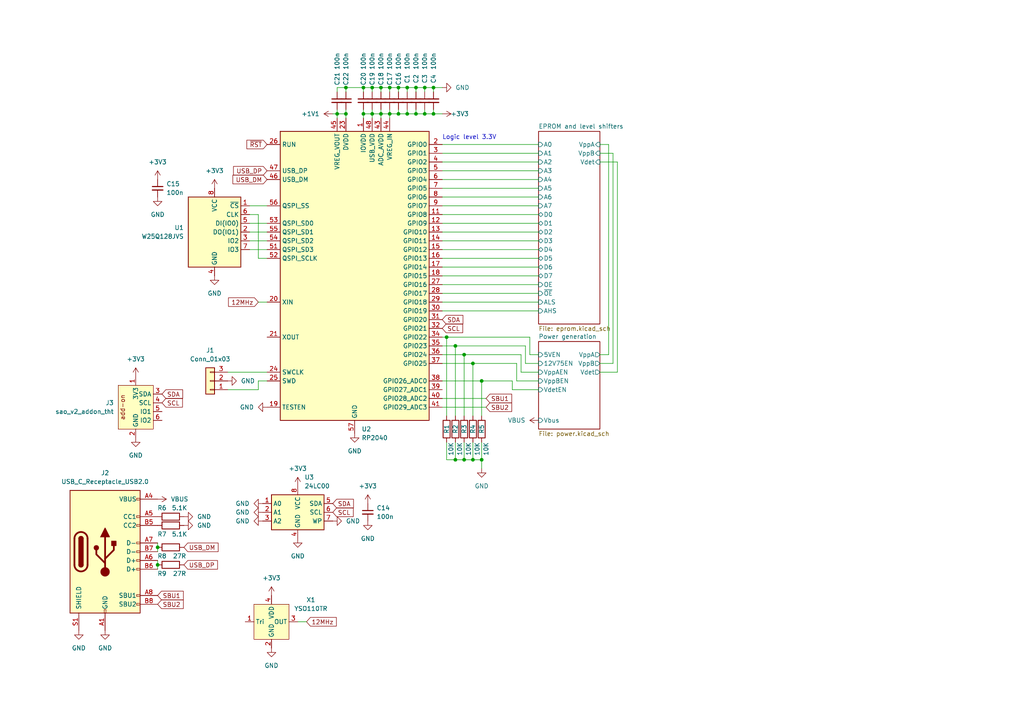
<source format=kicad_sch>
(kicad_sch (version 20230121) (generator eeschema)
  (paper "A4")
  (lib_symbols
    (symbol "Connector:USB_C_Receptacle_USB2.0" (pin_names (offset 1.016))
      (property "Reference" "J" (at -10.16 19.05 0))
      (property "Value" "USB_C_Receptacle_USB2.0" (at 19.05 19.05 0))
      (symbol "USB_C_Receptacle_USB2.0_0_0"
        (rectangle (start -0.254 -17.78) (end 0.254 -16.764))
        (rectangle (start 10.16 -14.986) (end 9.144 -15.494))
        (rectangle (start 10.16 -12.446) (end 9.144 -12.954))
        (rectangle (start 10.16 -4.826) (end 9.144 -5.334))
        (rectangle (start 10.16 -2.286) (end 9.144 -2.794))
        (rectangle (start 10.16 0.254) (end 9.144 -0.254))
        (rectangle (start 10.16 2.794) (end 9.144 2.286))
        (rectangle (start 10.16 7.874) (end 9.144 7.366))
        (rectangle (start 10.16 10.414) (end 9.144 9.906))
        (rectangle (start 10.16 15.494) (end 9.144 14.986))
      )
      (symbol "USB_C_Receptacle_USB2.0_0_1"
        (rectangle (start -10.16 17.78) (end 10.16 -17.78) (stroke (width 0.254)) (fill (type background)))
        (arc (start -8.89 -3.81) (mid -6.985 -5.7067) (end -5.08 -3.81) (stroke (width 0.508)))
        (arc (start -7.62 -3.81) (mid -6.985 -4.4423) (end -6.35 -3.81) (stroke (width 0.254)))
        (arc (start -7.62 -3.81) (mid -6.985 -4.4423) (end -6.35 -3.81) (stroke (width 0.254)) (fill (type outline)))
        (rectangle (start -7.62 -3.81) (end -6.35 3.81) (stroke (width 0.254)) (fill (type outline)))
        (arc (start -6.35 3.81) (mid -6.985 4.4423) (end -7.62 3.81) (stroke (width 0.254)))
        (arc (start -6.35 3.81) (mid -6.985 4.4423) (end -7.62 3.81) (stroke (width 0.254)) (fill (type outline)))
        (arc (start -5.08 3.81) (mid -6.985 5.7067) (end -8.89 3.81) (stroke (width 0.508)))
        (circle (center -2.54 1.143) (radius 0.635) (stroke (width 0.254)) (fill (type outline)))
        (circle (center 0 -5.842) (radius 1.27) (fill (type outline)))
        (polyline (pts (xy -8.89 -3.81) (xy -8.89 3.81)) (stroke (width 0.508)))
        (polyline (pts (xy -5.08 3.81) (xy -5.08 -3.81)) (stroke (width 0.508)))
        (polyline (pts (xy 0 -5.842) (xy 0 4.318)) (stroke (width 0.508)))
        (polyline (pts (xy 0 -3.302) (xy -2.54 -0.762) (xy -2.54 0.508)) (stroke (width 0.508)))
        (polyline (pts (xy 0 -2.032) (xy 2.54 0.508) (xy 2.54 1.778)) (stroke (width 0.508)))
        (polyline (pts (xy -1.27 4.318) (xy 0 6.858) (xy 1.27 4.318) (xy -1.27 4.318)) (stroke (width 0.254)) (fill (type outline)))
        (rectangle (start 1.905 1.778) (end 3.175 3.048) (stroke (width 0.254)) (fill (type outline)))
      )
      (symbol "USB_C_Receptacle_USB2.0_1_1"
        (pin passive line (at 0 -22.86 90) (length 5.08) (name "GND") (number "A1"))
        (pin passive line (at 0 -22.86 90) (length 5.08) hide (name "GND") (number "A12"))
        (pin passive line (at 15.24 15.24 180) (length 5.08) (name "VBUS") (number "A4"))
        (pin bidirectional line (at 15.24 10.16 180) (length 5.08) (name "CC1") (number "A5"))
        (pin bidirectional line (at 15.24 -2.54 180) (length 5.08) (name "D+") (number "A6"))
        (pin bidirectional line (at 15.24 2.54 180) (length 5.08) (name "D-") (number "A7"))
        (pin bidirectional line (at 15.24 -12.7 180) (length 5.08) (name "SBU1") (number "A8"))
        (pin passive line (at 15.24 15.24 180) (length 5.08) hide (name "VBUS") (number "A9"))
        (pin passive line (at 0 -22.86 90) (length 5.08) hide (name "GND") (number "B1"))
        (pin passive line (at 0 -22.86 90) (length 5.08) hide (name "GND") (number "B12"))
        (pin passive line (at 15.24 15.24 180) (length 5.08) hide (name "VBUS") (number "B4"))
        (pin bidirectional line (at 15.24 7.62 180) (length 5.08) (name "CC2") (number "B5"))
        (pin bidirectional line (at 15.24 -5.08 180) (length 5.08) (name "D+") (number "B6"))
        (pin bidirectional line (at 15.24 0 180) (length 5.08) (name "D-") (number "B7"))
        (pin bidirectional line (at 15.24 -15.24 180) (length 5.08) (name "SBU2") (number "B8"))
        (pin passive line (at 15.24 15.24 180) (length 5.08) hide (name "VBUS") (number "B9"))
        (pin passive line (at -7.62 -22.86 90) (length 5.08) (name "SHIELD") (number "S1"))
      )
    )
    (symbol "Connector_Generic:Conn_01x03" (pin_names (offset 1.016) hide)
      (property "Reference" "J" (at 0 5.08 0))
      (property "Value" "Conn_01x03" (at 0 -5.08 0))
      (symbol "Conn_01x03_1_1"
        (rectangle (start -1.27 -2.413) (end 0 -2.667) (stroke (width 0.1524)))
        (rectangle (start -1.27 0.127) (end 0 -0.127) (stroke (width 0.1524)))
        (rectangle (start -1.27 2.667) (end 0 2.413) (stroke (width 0.1524)))
        (rectangle (start -1.27 3.81) (end 1.27 -3.81) (stroke (width 0.254)) (fill (type background)))
        (pin passive line (at -5.08 2.54 0) (length 3.81) (name "Pin_1") (number "1"))
        (pin passive line (at -5.08 0 0) (length 3.81) (name "Pin_2") (number "2"))
        (pin passive line (at -5.08 -2.54 0) (length 3.81) (name "Pin_3") (number "3"))
      )
    )
    (symbol "Device:C_Small" (pin_numbers hide) (pin_names (offset 0.254) hide)
      (property "Reference" "C" (at 0.254 1.778 0))
      (property "Value" "C_Small" (at 0.254 -2.032 0))
      (symbol "C_Small_0_1"
        (polyline (pts (xy -1.524 -0.508) (xy 1.524 -0.508)) (stroke (width 0.3302)))
        (polyline (pts (xy -1.524 0.508) (xy 1.524 0.508)) (stroke (width 0.3048)))
      )
      (symbol "C_Small_1_1"
        (pin passive line (at 0 2.54 270) (length 2.032) (name "~") (number "1"))
        (pin passive line (at 0 -2.54 90) (length 2.032) (name "~") (number "2"))
      )
    )
    (symbol "Device:R" (pin_numbers hide) (pin_names (offset 0))
      (property "Reference" "R" (at 2.032 0 90))
      (property "Value" "R" (at 0 0 90))
      (symbol "R_0_1"
        (rectangle (start -1.016 -2.54) (end 1.016 2.54) (stroke (width 0.254)))
      )
      (symbol "R_1_1"
        (pin passive line (at 0 3.81 270) (length 1.27) (name "~") (number "1"))
        (pin passive line (at 0 -3.81 90) (length 1.27) (name "~") (number "2"))
      )
    )
    (symbol "MCU_RaspberryPi:RP2040"
      (property "Reference" "U" (at 17.78 45.72 0))
      (property "Value" "RP2040" (at 17.78 43.18 0))
      (symbol "RP2040_0_1"
        (rectangle (start -21.59 41.91) (end 21.59 -41.91) (stroke (width 0.254)) (fill (type background)))
      )
      (symbol "RP2040_1_1"
        (pin power_in line (at 2.54 45.72 270) (length 3.81) (name "IOVDD") (number "1"))
        (pin passive line (at 2.54 45.72 270) (length 3.81) hide (name "IOVDD") (number "10"))
        (pin bidirectional line (at 25.4 17.78 180) (length 3.81) (name "GPIO8") (number "11"))
        (pin bidirectional line (at 25.4 15.24 180) (length 3.81) (name "GPIO9") (number "12"))
        (pin bidirectional line (at 25.4 12.7 180) (length 3.81) (name "GPIO10") (number "13"))
        (pin bidirectional line (at 25.4 10.16 180) (length 3.81) (name "GPIO11") (number "14"))
        (pin bidirectional line (at 25.4 7.62 180) (length 3.81) (name "GPIO12") (number "15"))
        (pin bidirectional line (at 25.4 5.08 180) (length 3.81) (name "GPIO13") (number "16"))
        (pin bidirectional line (at 25.4 2.54 180) (length 3.81) (name "GPIO14") (number "17"))
        (pin bidirectional line (at 25.4 0 180) (length 3.81) (name "GPIO15") (number "18"))
        (pin input line (at -25.4 -38.1 0) (length 3.81) (name "TESTEN") (number "19"))
        (pin bidirectional line (at 25.4 38.1 180) (length 3.81) (name "GPIO0") (number "2"))
        (pin input line (at -25.4 -7.62 0) (length 3.81) (name "XIN") (number "20"))
        (pin passive line (at -25.4 -17.78 0) (length 3.81) (name "XOUT") (number "21"))
        (pin passive line (at 2.54 45.72 270) (length 3.81) hide (name "IOVDD") (number "22"))
        (pin power_in line (at -2.54 45.72 270) (length 3.81) (name "DVDD") (number "23"))
        (pin output line (at -25.4 -27.94 0) (length 3.81) (name "SWCLK") (number "24"))
        (pin bidirectional line (at -25.4 -30.48 0) (length 3.81) (name "SWD") (number "25"))
        (pin input line (at -25.4 38.1 0) (length 3.81) (name "RUN") (number "26"))
        (pin bidirectional line (at 25.4 -2.54 180) (length 3.81) (name "GPIO16") (number "27"))
        (pin bidirectional line (at 25.4 -5.08 180) (length 3.81) (name "GPIO17") (number "28"))
        (pin bidirectional line (at 25.4 -7.62 180) (length 3.81) (name "GPIO18") (number "29"))
        (pin bidirectional line (at 25.4 35.56 180) (length 3.81) (name "GPIO1") (number "3"))
        (pin bidirectional line (at 25.4 -10.16 180) (length 3.81) (name "GPIO19") (number "30"))
        (pin bidirectional line (at 25.4 -12.7 180) (length 3.81) (name "GPIO20") (number "31"))
        (pin bidirectional line (at 25.4 -15.24 180) (length 3.81) (name "GPIO21") (number "32"))
        (pin passive line (at 2.54 45.72 270) (length 3.81) hide (name "IOVDD") (number "33"))
        (pin bidirectional line (at 25.4 -17.78 180) (length 3.81) (name "GPIO22") (number "34"))
        (pin bidirectional line (at 25.4 -20.32 180) (length 3.81) (name "GPIO23") (number "35"))
        (pin bidirectional line (at 25.4 -22.86 180) (length 3.81) (name "GPIO24") (number "36"))
        (pin bidirectional line (at 25.4 -25.4 180) (length 3.81) (name "GPIO25") (number "37"))
        (pin bidirectional line (at 25.4 -30.48 180) (length 3.81) (name "GPIO26_ADC0") (number "38"))
        (pin bidirectional line (at 25.4 -33.02 180) (length 3.81) (name "GPIO27_ADC1") (number "39"))
        (pin bidirectional line (at 25.4 33.02 180) (length 3.81) (name "GPIO2") (number "4"))
        (pin bidirectional line (at 25.4 -35.56 180) (length 3.81) (name "GPIO28_ADC2") (number "40"))
        (pin bidirectional line (at 25.4 -38.1 180) (length 3.81) (name "GPIO29_ADC3") (number "41"))
        (pin passive line (at 2.54 45.72 270) (length 3.81) hide (name "IOVDD") (number "42"))
        (pin power_in line (at 7.62 45.72 270) (length 3.81) (name "ADC_AVDD") (number "43"))
        (pin power_in line (at 10.16 45.72 270) (length 3.81) (name "VREG_IN") (number "44"))
        (pin power_out line (at -5.08 45.72 270) (length 3.81) (name "VREG_VOUT") (number "45"))
        (pin bidirectional line (at -25.4 27.94 0) (length 3.81) (name "USB_DM") (number "46"))
        (pin bidirectional line (at -25.4 30.48 0) (length 3.81) (name "USB_DP") (number "47"))
        (pin power_in line (at 5.08 45.72 270) (length 3.81) (name "USB_VDD") (number "48"))
        (pin passive line (at 2.54 45.72 270) (length 3.81) hide (name "IOVDD") (number "49"))
        (pin bidirectional line (at 25.4 30.48 180) (length 3.81) (name "GPIO3") (number "5"))
        (pin passive line (at -2.54 45.72 270) (length 3.81) hide (name "DVDD") (number "50"))
        (pin bidirectional line (at -25.4 7.62 0) (length 3.81) (name "QSPI_SD3") (number "51"))
        (pin output line (at -25.4 5.08 0) (length 3.81) (name "QSPI_SCLK") (number "52"))
        (pin bidirectional line (at -25.4 15.24 0) (length 3.81) (name "QSPI_SD0") (number "53"))
        (pin bidirectional line (at -25.4 10.16 0) (length 3.81) (name "QSPI_SD2") (number "54"))
        (pin bidirectional line (at -25.4 12.7 0) (length 3.81) (name "QSPI_SD1") (number "55"))
        (pin bidirectional line (at -25.4 20.32 0) (length 3.81) (name "QSPI_SS") (number "56"))
        (pin power_in line (at 0 -45.72 90) (length 3.81) (name "GND") (number "57"))
        (pin bidirectional line (at 25.4 27.94 180) (length 3.81) (name "GPIO4") (number "6"))
        (pin bidirectional line (at 25.4 25.4 180) (length 3.81) (name "GPIO5") (number "7"))
        (pin bidirectional line (at 25.4 22.86 180) (length 3.81) (name "GPIO6") (number "8"))
        (pin bidirectional line (at 25.4 20.32 180) (length 3.81) (name "GPIO7") (number "9"))
      )
    )
    (symbol "Memory_EEPROM:24LC00"
      (property "Reference" "U" (at -6.35 6.35 0))
      (property "Value" "24LC00" (at 1.27 6.35 0))
      (symbol "24LC00_1_1"
        (rectangle (start -7.62 5.08) (end 7.62 -5.08) (stroke (width 0.254)) (fill (type background)))
        (pin input line (at -10.16 2.54 0) (length 2.54) (name "A0") (number "1"))
        (pin input line (at -10.16 0 0) (length 2.54) (name "A1") (number "2"))
        (pin input line (at -10.16 -2.54 0) (length 2.54) (name "A2") (number "3"))
        (pin power_in line (at 0 -7.62 90) (length 2.54) (name "GND") (number "4"))
        (pin bidirectional line (at 10.16 2.54 180) (length 2.54) (name "SDA") (number "5"))
        (pin input line (at 10.16 0 180) (length 2.54) (name "SCL") (number "6"))
        (pin input line (at 10.16 -2.54 180) (length 2.54) (name "WP") (number "7"))
        (pin power_in line (at 0 7.62 270) (length 2.54) (name "VCC") (number "8"))
      )
    )
    (symbol "Memory_Flash:W25Q128JVS"
      (property "Reference" "U" (at -8.89 8.89 0))
      (property "Value" "W25Q128JVS" (at 7.62 8.89 0))
      (symbol "W25Q128JVS_0_1"
        (rectangle (start -7.62 10.16) (end 7.62 -10.16) (stroke (width 0.254)) (fill (type background)))
      )
      (symbol "W25Q128JVS_1_1"
        (pin input line (at -10.16 7.62 0) (length 2.54) (name "~{CS}") (number "1"))
        (pin bidirectional line (at -10.16 0 0) (length 2.54) (name "DO(IO1)") (number "2"))
        (pin bidirectional line (at -10.16 -2.54 0) (length 2.54) (name "IO2") (number "3"))
        (pin power_in line (at 0 -12.7 90) (length 2.54) (name "GND") (number "4"))
        (pin bidirectional line (at -10.16 2.54 0) (length 2.54) (name "DI(IO0)") (number "5"))
        (pin input line (at -10.16 5.08 0) (length 2.54) (name "CLK") (number "6"))
        (pin bidirectional line (at -10.16 -5.08 0) (length 2.54) (name "IO3") (number "7"))
        (pin power_in line (at 0 12.7 270) (length 2.54) (name "VCC") (number "8"))
      )
    )
    (symbol "oscillator:YSO110TR"
      (property "Reference" "X" (at -5.08 6.35 0))
      (property "Value" "YSO110TR" (at 5.08 6.35 0))
      (symbol "YSO110TR_0_1"
        (rectangle (start -5.08 5.08) (end 5.08 -5.08) (fill (type background)))
      )
      (symbol "YSO110TR_1_1"
        (pin input line (at -7.62 0 0) (length 2.54) (name "Tri") (number "1"))
        (pin input line (at 0 -7.62 90) (length 2.54) (name "GND") (number "2"))
        (pin output line (at 7.62 0 180) (length 2.54) (name "OUT") (number "3"))
        (pin input line (at 0 7.62 270) (length 2.54) (name "VDD") (number "4"))
      )
    )
    (symbol "power:+1V1" (power) (pin_names (offset 0))
      (property "Value" "+1V1" (at 0 3.556 0))
      (symbol "+1V1_0_1"
        (polyline (pts (xy -0.762 1.27) (xy 0 2.54)))
        (polyline (pts (xy 0 0) (xy 0 2.54)))
        (polyline (pts (xy 0 2.54) (xy 0.762 1.27)))
      )
      (symbol "+1V1_1_1"
        (pin power_in line (at 0 0 90) (length 0) hide (name "+1V1") (number "1"))
      )
    )
    (symbol "power:+3V3" (power) (pin_names (offset 0))
      (property "Value" "+3V3" (at 0 3.556 0))
      (symbol "+3V3_0_1"
        (polyline (pts (xy -0.762 1.27) (xy 0 2.54)))
        (polyline (pts (xy 0 0) (xy 0 2.54)))
        (polyline (pts (xy 0 2.54) (xy 0.762 1.27)))
      )
      (symbol "+3V3_1_1"
        (pin power_in line (at 0 0 90) (length 0) hide (name "+3V3") (number "1"))
      )
    )
    (symbol "power:GND" (power) (pin_names (offset 0))
      (property "Value" "GND" (at 0 -3.81 0))
      (symbol "GND_0_1"
        (polyline (pts (xy 0 0) (xy 0 -1.27) (xy 1.27 -1.27) (xy 0 -2.54) (xy -1.27 -1.27) (xy 0 -1.27)))
      )
      (symbol "GND_1_1"
        (pin power_in line (at 0 0 270) (length 0) hide (name "GND") (number "1"))
      )
    )
    (symbol "power:VBUS" (power) (pin_names (offset 0))
      (property "Value" "VBUS" (at 0 3.81 0))
      (symbol "VBUS_0_1"
        (polyline (pts (xy -0.762 1.27) (xy 0 2.54)))
        (polyline (pts (xy 0 0) (xy 0 2.54)))
        (polyline (pts (xy 0 2.54) (xy 0.762 1.27)))
      )
      (symbol "VBUS_1_1"
        (pin power_in line (at 0 0 90) (length 0) hide (name "VBUS") (number "1"))
      )
    )
    (symbol "simple_add_on_v2:sao_v2_addon_tht"
      (property "Reference" "J" (at -6.35 0 0))
      (property "Value" "sao_v2_addon_tht" (at -6.35 0 0))
      (symbol "sao_v2_addon_tht_1_1"
        (rectangle (start -5.08 6.35) (end 5.08 -6.35) (fill (type background)))
        (text "add-on" (at -3.81 0 900) (effects (font (size 1.27 1.27))))
        (pin output line (at 0 8.89 270) (length 2.54) (name "3V3") (number "1"))
        (pin output line (at 0 -8.89 90) (length 2.54) (name "GND") (number "2"))
        (pin bidirectional line (at 7.62 3.81 180) (length 2.54) (name "SDA") (number "3"))
        (pin output line (at 7.62 1.27 180) (length 2.54) (name "SCL") (number "4"))
        (pin bidirectional line (at 7.62 -1.27 180) (length 2.54) (name "IO1") (number "5"))
        (pin bidirectional line (at 7.62 -3.81 180) (length 2.54) (name "IO2") (number "6"))
      )
    )
  )
  (junction (at 113.03 25.4))
  (junction (at 132.08 100.33))
  (junction (at 97.79 33.02))
  (junction (at 107.95 25.4))
  (junction (at 118.11 33.02))
  (junction (at 129.54 97.79))
  (junction (at 123.19 25.4))
  (junction (at 120.65 25.4))
  (junction (at 100.33 25.4))
  (junction (at 125.73 33.02))
  (junction (at 45.72 163.83))
  (junction (at 110.49 25.4))
  (junction (at 100.33 33.02))
  (junction (at 123.19 33.02))
  (junction (at 139.7 133.35))
  (junction (at 139.7 110.49))
  (junction (at 134.62 102.87))
  (junction (at 115.57 25.4))
  (junction (at 107.95 33.02))
  (junction (at 132.08 133.35))
  (junction (at 113.03 33.02))
  (junction (at 134.62 133.35))
  (junction (at 115.57 33.02))
  (junction (at 137.16 105.41))
  (junction (at 118.11 25.4))
  (junction (at 120.65 33.02))
  (junction (at 110.49 33.02))
  (junction (at 125.73 25.4))
  (junction (at 105.41 33.02))
  (junction (at 105.41 25.4))
  (junction (at 45.72 158.75))
  (junction (at 137.16 133.35))
  (wire (pts (xy 128.27 41.91) (xy 156.21 41.91)))
  (wire (pts (xy 77.47 110.49) (xy 74.93 110.49)))
  (wire (pts (xy 107.95 33.02) (xy 110.49 33.02)))
  (wire (pts (xy 179.07 107.95) (xy 179.07 46.99)))
  (wire (pts (xy 132.08 100.33) (xy 152.4 100.33)))
  (wire (pts (xy 139.7 110.49) (xy 128.27 110.49)))
  (wire (pts (xy 123.19 26.67) (xy 123.19 25.4)))
  (wire (pts (xy 128.27 62.23) (xy 156.21 62.23)))
  (wire (pts (xy 128.27 87.63) (xy 156.21 87.63)))
  (wire (pts (xy 105.41 33.02) (xy 107.95 33.02)))
  (wire (pts (xy 128.27 118.11) (xy 140.97 118.11)))
  (wire (pts (xy 110.49 25.4) (xy 110.49 26.67)))
  (wire (pts (xy 151.13 102.87) (xy 151.13 107.95)))
  (wire (pts (xy 113.03 31.75) (xy 113.03 33.02)))
  (wire (pts (xy 115.57 33.02) (xy 118.11 33.02)))
  (wire (pts (xy 173.99 105.41) (xy 177.8 105.41)))
  (wire (pts (xy 128.27 49.53) (xy 156.21 49.53)))
  (wire (pts (xy 115.57 25.4) (xy 118.11 25.4)))
  (wire (pts (xy 125.73 25.4) (xy 128.27 25.4)))
  (wire (pts (xy 149.86 105.41) (xy 149.86 110.49)))
  (wire (pts (xy 120.65 31.75) (xy 120.65 33.02)))
  (wire (pts (xy 97.79 26.67) (xy 97.79 25.4)))
  (wire (pts (xy 118.11 33.02) (xy 120.65 33.02)))
  (wire (pts (xy 107.95 31.75) (xy 107.95 33.02)))
  (wire (pts (xy 120.65 25.4) (xy 123.19 25.4)))
  (wire (pts (xy 137.16 128.27) (xy 137.16 133.35)))
  (wire (pts (xy 128.27 69.85) (xy 156.21 69.85)))
  (wire (pts (xy 128.27 59.69) (xy 156.21 59.69)))
  (wire (pts (xy 128.27 67.31) (xy 156.21 67.31)))
  (wire (pts (xy 128.27 64.77) (xy 156.21 64.77)))
  (wire (pts (xy 128.27 77.47) (xy 156.21 77.47)))
  (wire (pts (xy 105.41 34.29) (xy 105.41 33.02)))
  (wire (pts (xy 179.07 46.99) (xy 173.99 46.99)))
  (wire (pts (xy 110.49 33.02) (xy 113.03 33.02)))
  (wire (pts (xy 110.49 33.02) (xy 110.49 34.29)))
  (wire (pts (xy 74.93 87.63) (xy 77.47 87.63)))
  (wire (pts (xy 134.62 102.87) (xy 151.13 102.87)))
  (wire (pts (xy 113.03 25.4) (xy 115.57 25.4)))
  (wire (pts (xy 105.41 31.75) (xy 105.41 33.02)))
  (wire (pts (xy 97.79 25.4) (xy 100.33 25.4)))
  (wire (pts (xy 129.54 97.79) (xy 153.67 97.79)))
  (wire (pts (xy 128.27 72.39) (xy 156.21 72.39)))
  (wire (pts (xy 45.72 165.1) (xy 45.72 163.83)))
  (wire (pts (xy 105.41 25.4) (xy 105.41 26.67)))
  (wire (pts (xy 118.11 25.4) (xy 120.65 25.4)))
  (wire (pts (xy 118.11 31.75) (xy 118.11 33.02)))
  (wire (pts (xy 123.19 31.75) (xy 123.19 33.02)))
  (wire (pts (xy 132.08 100.33) (xy 132.08 120.65)))
  (wire (pts (xy 128.27 44.45) (xy 156.21 44.45)))
  (wire (pts (xy 115.57 25.4) (xy 115.57 26.67)))
  (wire (pts (xy 97.79 31.75) (xy 97.79 33.02)))
  (wire (pts (xy 100.33 33.02) (xy 100.33 34.29)))
  (wire (pts (xy 97.79 33.02) (xy 100.33 33.02)))
  (wire (pts (xy 153.67 102.87) (xy 156.21 102.87)))
  (wire (pts (xy 72.39 64.77) (xy 77.47 64.77)))
  (wire (pts (xy 153.67 97.79) (xy 153.67 102.87)))
  (wire (pts (xy 139.7 133.35) (xy 137.16 133.35)))
  (wire (pts (xy 113.03 25.4) (xy 113.03 26.67)))
  (wire (pts (xy 123.19 25.4) (xy 125.73 25.4)))
  (wire (pts (xy 176.53 41.91) (xy 173.99 41.91)))
  (wire (pts (xy 113.03 33.02) (xy 113.03 34.29)))
  (wire (pts (xy 128.27 82.55) (xy 156.21 82.55)))
  (wire (pts (xy 72.39 59.69) (xy 77.47 59.69)))
  (wire (pts (xy 113.03 33.02) (xy 115.57 33.02)))
  (wire (pts (xy 74.93 74.93) (xy 77.47 74.93)))
  (wire (pts (xy 97.79 34.29) (xy 97.79 33.02)))
  (wire (pts (xy 72.39 62.23) (xy 74.93 62.23)))
  (wire (pts (xy 137.16 105.41) (xy 149.86 105.41)))
  (wire (pts (xy 125.73 31.75) (xy 125.73 33.02)))
  (wire (pts (xy 100.33 31.75) (xy 100.33 33.02)))
  (wire (pts (xy 74.93 110.49) (xy 74.93 113.03)))
  (wire (pts (xy 128.27 46.99) (xy 156.21 46.99)))
  (wire (pts (xy 74.93 113.03) (xy 66.04 113.03)))
  (wire (pts (xy 115.57 31.75) (xy 115.57 33.02)))
  (wire (pts (xy 72.39 67.31) (xy 77.47 67.31)))
  (wire (pts (xy 148.59 110.49) (xy 148.59 113.03)))
  (wire (pts (xy 173.99 102.87) (xy 176.53 102.87)))
  (wire (pts (xy 128.27 105.41) (xy 137.16 105.41)))
  (wire (pts (xy 128.27 90.17) (xy 156.21 90.17)))
  (wire (pts (xy 139.7 128.27) (xy 139.7 133.35)))
  (wire (pts (xy 134.62 128.27) (xy 134.62 133.35)))
  (wire (pts (xy 88.9 180.34) (xy 86.36 180.34)))
  (wire (pts (xy 118.11 25.4) (xy 118.11 26.67)))
  (wire (pts (xy 72.39 72.39) (xy 77.47 72.39)))
  (wire (pts (xy 152.4 105.41) (xy 152.4 100.33)))
  (wire (pts (xy 176.53 102.87) (xy 176.53 41.91)))
  (wire (pts (xy 137.16 120.65) (xy 137.16 105.41)))
  (wire (pts (xy 128.27 74.93) (xy 156.21 74.93)))
  (wire (pts (xy 128.27 97.79) (xy 129.54 97.79)))
  (wire (pts (xy 123.19 33.02) (xy 125.73 33.02)))
  (wire (pts (xy 148.59 113.03) (xy 156.21 113.03)))
  (wire (pts (xy 45.72 158.75) (xy 45.72 160.02)))
  (wire (pts (xy 156.21 105.41) (xy 152.4 105.41)))
  (wire (pts (xy 128.27 115.57) (xy 140.97 115.57)))
  (wire (pts (xy 100.33 25.4) (xy 100.33 26.67)))
  (wire (pts (xy 177.8 44.45) (xy 173.99 44.45)))
  (wire (pts (xy 96.52 33.02) (xy 97.79 33.02)))
  (wire (pts (xy 132.08 133.35) (xy 134.62 133.35)))
  (wire (pts (xy 128.27 100.33) (xy 132.08 100.33)))
  (wire (pts (xy 107.95 25.4) (xy 110.49 25.4)))
  (wire (pts (xy 173.99 107.95) (xy 179.07 107.95)))
  (wire (pts (xy 177.8 105.41) (xy 177.8 44.45)))
  (wire (pts (xy 129.54 133.35) (xy 132.08 133.35)))
  (wire (pts (xy 128.27 54.61) (xy 156.21 54.61)))
  (wire (pts (xy 110.49 25.4) (xy 113.03 25.4)))
  (wire (pts (xy 45.72 157.48) (xy 45.72 158.75)))
  (wire (pts (xy 134.62 133.35) (xy 137.16 133.35)))
  (wire (pts (xy 107.95 25.4) (xy 107.95 26.67)))
  (wire (pts (xy 134.62 102.87) (xy 134.62 120.65)))
  (wire (pts (xy 120.65 33.02) (xy 123.19 33.02)))
  (wire (pts (xy 128.27 52.07) (xy 156.21 52.07)))
  (wire (pts (xy 125.73 26.67) (xy 125.73 25.4)))
  (wire (pts (xy 72.39 69.85) (xy 77.47 69.85)))
  (wire (pts (xy 107.95 33.02) (xy 107.95 34.29)))
  (wire (pts (xy 128.27 33.02) (xy 125.73 33.02)))
  (wire (pts (xy 45.72 163.83) (xy 45.72 162.56)))
  (wire (pts (xy 132.08 128.27) (xy 132.08 133.35)))
  (wire (pts (xy 66.04 107.95) (xy 77.47 107.95)))
  (wire (pts (xy 128.27 57.15) (xy 156.21 57.15)))
  (wire (pts (xy 128.27 102.87) (xy 134.62 102.87)))
  (wire (pts (xy 128.27 80.01) (xy 156.21 80.01)))
  (wire (pts (xy 139.7 110.49) (xy 148.59 110.49)))
  (wire (pts (xy 139.7 120.65) (xy 139.7 110.49)))
  (wire (pts (xy 129.54 128.27) (xy 129.54 133.35)))
  (wire (pts (xy 74.93 62.23) (xy 74.93 74.93)))
  (wire (pts (xy 105.41 25.4) (xy 107.95 25.4)))
  (wire (pts (xy 110.49 31.75) (xy 110.49 33.02)))
  (wire (pts (xy 129.54 97.79) (xy 129.54 120.65)))
  (wire (pts (xy 128.27 85.09) (xy 156.21 85.09)))
  (wire (pts (xy 151.13 107.95) (xy 156.21 107.95)))
  (wire (pts (xy 100.33 25.4) (xy 105.41 25.4)))
  (wire (pts (xy 149.86 110.49) (xy 156.21 110.49)))
  (wire (pts (xy 120.65 26.67) (xy 120.65 25.4)))
  (wire (pts (xy 139.7 135.89) (xy 139.7 133.35)))
  (text "Logic level 3.3V" (at 128.27 40.64 0) (effects (font (size 1.27 1.27)) (justify left bottom)))
  (global_label "12MHz" (shape input) (at 74.93 87.63 180) (property "Intersheetrefs" "${INTERSHEET_REFS}" (effects hide)))
  (global_label "SCL" (shape input) (at 96.52 148.59 0) (property "Intersheetrefs" "${INTERSHEET_REFS}" (effects hide)))
  (global_label "SBU1" (shape input) (at 140.97 115.57 0) (property "Intersheetrefs" "${INTERSHEET_REFS}" (effects hide)))
  (global_label "SBU2" (shape input) (at 45.72 175.26 0) (property "Intersheetrefs" "${INTERSHEET_REFS}" (effects hide)))
  (global_label "USB_DM" (shape input) (at 77.47 52.07 180) (property "Intersheetrefs" "${INTERSHEET_REFS}" (effects hide)))
  (global_label "SDA" (shape input) (at 128.27 92.71 0) (property "Intersheetrefs" "${INTERSHEET_REFS}" (effects hide)))
  (global_label "SCL" (shape input) (at 46.99 116.84 0) (property "Intersheetrefs" "${INTERSHEET_REFS}" (effects hide)))
  (global_label "SDA" (shape input) (at 46.99 114.3 0) (property "Intersheetrefs" "${INTERSHEET_REFS}" (effects hide)))
  (global_label "USB_DP" (shape input) (at 53.34 163.83 0) (property "Intersheetrefs" "${INTERSHEET_REFS}" (effects hide)))
  (global_label "SDA" (shape input) (at 96.52 146.05 0) (property "Intersheetrefs" "${INTERSHEET_REFS}" (effects hide)))
  (global_label "SBU2" (shape input) (at 140.97 118.11 0) (property "Intersheetrefs" "${INTERSHEET_REFS}" (effects hide)))
  (global_label "SBU1" (shape input) (at 45.72 172.72 0) (property "Intersheetrefs" "${INTERSHEET_REFS}" (effects hide)))
  (global_label "~{RST}" (shape input) (at 77.47 41.91 180) (property "Intersheetrefs" "${INTERSHEET_REFS}" (effects hide)))
  (global_label "12MHz" (shape input) (at 88.9 180.34 0) (property "Intersheetrefs" "${INTERSHEET_REFS}" (effects hide)))
  (global_label "SCL" (shape input) (at 128.27 95.25 0) (property "Intersheetrefs" "${INTERSHEET_REFS}" (effects hide)))
  (global_label "USB_DM" (shape input) (at 53.34 158.75 0) (property "Intersheetrefs" "${INTERSHEET_REFS}" (effects hide)))
  (global_label "USB_DP" (shape input) (at 77.47 49.53 180) (property "Intersheetrefs" "${INTERSHEET_REFS}" (effects hide)))
  (symbol (lib_id "power:GND") (at 53.34 149.86 90) (unit 1)
    (property "Reference" "#PWR014" (effects hide))
    (property "Value" "GND" (at 57.15 149.8599 90) (effects (justify right)))
  )
  (symbol (lib_id "power:+1V1") (at 96.52 33.02 90) (unit 1)
    (property "Reference" "#PWR068" (effects hide))
    (property "Value" "+1V1" (at 92.71 33.02 90) (effects (justify left)))
  )
  (symbol (lib_id "Device:C_Small") (at 97.79 29.21 0) (unit 1)
    (property "Reference" "C21" (at 97.79 22.86 90))
    (property "Value" "100n" (at 97.79 17.78 90))
    (property "Footprint" "Capacitor_SMD:C_0402_1005Metric_Pad0.74x0.62mm_HandSolder" (effects hide))
  )
  (symbol (lib_id "Device:C_Small") (at 100.33 29.21 0) (unit 1)
    (property "Reference" "C22" (at 100.33 22.86 90))
    (property "Value" "100n" (at 100.33 17.78 90))
    (property "Footprint" "Capacitor_SMD:C_0402_1005Metric_Pad0.74x0.62mm_HandSolder" (effects hide))
  )
  (symbol (lib_id "Device:C_Small") (at 115.57 29.21 0) (unit 1)
    (property "Reference" "C16" (at 115.57 22.86 90))
    (property "Value" "100n" (at 115.57 17.78 90))
    (property "Footprint" "Capacitor_SMD:C_0402_1005Metric_Pad0.74x0.62mm_HandSolder" (effects hide))
  )
  (symbol (lib_id "power:+3V3") (at 45.72 52.07 0) (unit 1)
    (property "Reference" "#PWR066" (effects hide))
    (property "Value" "+3V3" (at 45.72 46.99 0))
  )
  (symbol (lib_id "Device:C_Small") (at 110.49 29.21 0) (unit 1)
    (property "Reference" "C18" (at 110.49 22.86 90))
    (property "Value" "100n" (at 110.49 17.78 90))
    (property "Footprint" "Capacitor_SMD:C_0402_1005Metric_Pad0.74x0.62mm_HandSolder" (effects hide))
  )
  (symbol (lib_id "Device:R") (at 137.16 124.46 0) (unit 1)
    (property "Reference" "R4" (at 137.16 124.46 90))
    (property "Value" "10K" (at 138.43 128.27 90) (effects (justify right)))
    (property "Footprint" "Resistor_SMD:R_0402_1005Metric_Pad0.72x0.64mm_HandSolder" (effects hide))
  )
  (symbol (lib_id "power:GND") (at 102.87 125.73 0) (unit 1)
    (property "Reference" "#PWR08" (effects hide))
    (property "Value" "GND" (at 102.87 130.81 0))
  )
  (symbol (lib_id "simple_add_on_v2:sao_v2_addon_tht") (at 39.37 118.11 0) (unit 1)
    (property "Reference" "J3" (at 33.02 116.84 0) (effects (justify right)))
    (property "Value" "sao_v2_addon_tht" (at 33.02 119.38 0) (effects (justify right)))
    (property "Footprint" "simple_add_on_v2:sao_v2_addon_tht" (effects hide))
  )
  (symbol (lib_id "Device:C_Small") (at 123.19 29.21 0) (unit 1)
    (property "Reference" "C3" (at 123.19 22.86 90))
    (property "Value" "100n" (at 123.19 17.78 90))
    (property "Footprint" "Capacitor_SMD:C_0402_1005Metric_Pad0.74x0.62mm_HandSolder" (effects hide))
  )
  (symbol (lib_id "Device:C_Small") (at 113.03 29.21 0) (unit 1)
    (property "Reference" "C17" (at 113.03 22.86 90))
    (property "Value" "100n" (at 113.03 17.78 90))
    (property "Footprint" "Capacitor_SMD:C_0402_1005Metric_Pad0.74x0.62mm_HandSolder" (effects hide))
  )
  (symbol (lib_id "Memory_EEPROM:24LC00") (at 86.36 148.59 0) (unit 1)
    (property "Reference" "U3" (at 88.3159 138.43 0) (effects (justify left)))
    (property "Value" "24LC00" (at 88.3159 140.97 0) (effects (justify left)))
    (property "Footprint" "Package_SO:SOIC-8_3.9x4.9mm_P1.27mm" (effects hide))
    (property "Datasheet" "http://ww1.microchip.com/downloads/en/DeviceDoc/21178G.pdf" (effects hide))
  )
  (symbol (lib_id "Connector:USB_C_Receptacle_USB2.0") (at 30.48 160.02 0) (unit 1)
    (property "Reference" "J2" (at 30.48 137.16 0))
    (property "Value" "USB_C_Receptacle_USB2.0" (at 30.48 139.7 0))
    (property "Footprint" "Connector_USB:USB_C_Receptacle_G-Switch_GT-USB-7010ASV" (effects hide))
    (property "Datasheet" "https://www.usb.org/sites/default/files/documents/usb_type-c.zip" (effects hide))
  )
  (symbol (lib_id "Device:C_Small") (at 106.68 148.59 0) (unit 1)
    (property "Reference" "C14" (at 109.22 147.32 0) (effects (justify left)))
    (property "Value" "100n" (at 109.22 149.86 0) (effects (justify left)))
    (property "Footprint" "Capacitor_SMD:C_0402_1005Metric_Pad0.74x0.62mm_HandSolder" (effects hide))
  )
  (symbol (lib_id "Device:C_Small") (at 45.72 54.61 0) (unit 1)
    (property "Reference" "C15" (at 48.26 53.34 0) (effects (justify left)))
    (property "Value" "100n" (at 48.26 55.88 0) (effects (justify left)))
    (property "Footprint" "Capacitor_SMD:C_0402_1005Metric_Pad0.74x0.62mm_HandSolder" (effects hide))
  )
  (symbol (lib_id "power:+3V3") (at 128.27 33.02 270) (unit 1)
    (property "Reference" "#PWR02" (effects hide))
    (property "Value" "+3V3" (at 133.35 33.02 90))
  )
  (symbol (lib_id "Device:R") (at 134.62 124.46 0) (unit 1)
    (property "Reference" "R3" (at 134.62 124.46 90))
    (property "Value" "10K" (at 135.89 128.27 90) (effects (justify right)))
    (property "Footprint" "Resistor_SMD:R_0402_1005Metric_Pad0.72x0.64mm_HandSolder" (effects hide))
  )
  (symbol (lib_id "power:GND") (at 76.2 151.13 270) (unit 1)
    (property "Reference" "#PWR015" (effects hide))
    (property "Value" "GND" (at 72.39 151.13 90) (effects (justify right)))
  )
  (symbol (lib_id "power:+3V3") (at 106.68 146.05 0) (unit 1)
    (property "Reference" "#PWR065" (effects hide))
    (property "Value" "+3V3" (at 106.68 140.97 0))
  )
  (symbol (lib_id "power:GND") (at 76.2 148.59 270) (unit 1)
    (property "Reference" "#PWR013" (effects hide))
    (property "Value" "GND" (at 72.39 148.59 90) (effects (justify right)))
  )
  (symbol (lib_id "Device:C_Small") (at 105.41 29.21 0) (unit 1)
    (property "Reference" "C20" (at 105.41 22.86 90))
    (property "Value" "100n" (at 105.41 17.78 90))
    (property "Footprint" "Capacitor_SMD:C_0402_1005Metric_Pad0.74x0.62mm_HandSolder" (effects hide))
  )
  (symbol (lib_id "Device:C_Small") (at 125.73 29.21 0) (unit 1)
    (property "Reference" "C4" (at 125.73 22.86 90))
    (property "Value" "100n" (at 125.73 17.78 90))
    (property "Footprint" "Capacitor_SMD:C_0402_1005Metric_Pad0.74x0.62mm_HandSolder" (effects hide))
  )
  (symbol (lib_id "oscillator:YSO110TR") (at 78.74 180.34 0) (unit 1)
    (property "Reference" "X1" (at 90.17 173.99 0))
    (property "Value" "YSO110TR" (at 90.17 176.53 0))
    (property "Footprint" "Crystal:Crystal_SMD_3225-4Pin_3.2x2.5mm" (effects hide))
  )
  (symbol (lib_id "Device:R") (at 49.53 158.75 90) (unit 1)
    (property "Reference" "R8" (at 46.99 161.29 90))
    (property "Value" "27R" (at 52.07 161.29 90))
    (property "Footprint" "Resistor_SMD:R_0402_1005Metric_Pad0.72x0.64mm_HandSolder" (effects hide))
  )
  (symbol (lib_id "power:VBUS") (at 156.21 121.92 90) (unit 1)
    (property "Reference" "#PWR07" (effects hide))
    (property "Value" "VBUS" (at 152.4 121.92 90) (effects (justify left)))
  )
  (symbol (lib_id "power:+3V3") (at 62.23 54.61 0) (unit 1)
    (property "Reference" "#PWR03" (effects hide))
    (property "Value" "+3V3" (at 62.23 49.53 0))
  )
  (symbol (lib_id "power:GND") (at 78.74 187.96 0) (unit 1)
    (property "Reference" "#PWR022" (effects hide))
    (property "Value" "GND" (at 78.74 193.04 0))
  )
  (symbol (lib_id "power:VBUS") (at 45.72 144.78 270) (unit 1)
    (property "Reference" "#PWR011" (effects hide))
    (property "Value" "VBUS" (at 49.53 144.7799 90) (effects (justify left)))
  )
  (symbol (lib_id "power:GND") (at 96.52 151.13 90) (unit 1)
    (property "Reference" "#PWR016" (effects hide))
    (property "Value" "GND" (at 100.33 151.13 90) (effects (justify right)))
  )
  (symbol (lib_id "power:GND") (at 30.48 182.88 0) (unit 1)
    (property "Reference" "#PWR021" (effects hide))
    (property "Value" "GND" (at 30.48 187.96 0))
  )
  (symbol (lib_id "power:GND") (at 22.86 182.88 0) (unit 1)
    (property "Reference" "#PWR020" (effects hide))
    (property "Value" "GND" (at 22.86 187.96 0))
  )
  (symbol (lib_id "Memory_Flash:W25Q128JVS") (at 62.23 67.31 0) (mirror y) (unit 1)
    (property "Reference" "U1" (at 53.34 66.04 0) (effects (justify left)))
    (property "Value" "W25Q128JVS" (at 53.34 68.58 0) (effects (justify left)))
    (property "Footprint" "Package_SO:SOIC-8_5.23x5.23mm_P1.27mm" (effects hide))
    (property "Datasheet" "http://www.winbond.com/resource-files/w25q128jv_dtr%20revc%2003272018%20plus.pdf" (effects hide))
  )
  (symbol (lib_id "power:GND") (at 53.34 152.4 90) (unit 1)
    (property "Reference" "#PWR017" (effects hide))
    (property "Value" "GND" (at 57.15 152.3999 90) (effects (justify right)))
  )
  (symbol (lib_id "power:+3V3") (at 86.36 140.97 0) (unit 1)
    (property "Reference" "#PWR010" (effects hide))
    (property "Value" "+3V3" (at 86.36 135.89 0))
  )
  (symbol (lib_id "Device:C_Small") (at 107.95 29.21 0) (unit 1)
    (property "Reference" "C19" (at 107.95 22.86 90))
    (property "Value" "100n" (at 107.95 17.78 90))
    (property "Footprint" "Capacitor_SMD:C_0402_1005Metric_Pad0.74x0.62mm_HandSolder" (effects hide))
  )
  (symbol (lib_id "power:GND") (at 77.47 118.11 270) (unit 1)
    (property "Reference" "#PWR06" (effects hide))
    (property "Value" "GND" (at 73.66 118.1099 90) (effects (justify right)))
  )
  (symbol (lib_id "power:GND") (at 86.36 156.21 0) (unit 1)
    (property "Reference" "#PWR018" (effects hide))
    (property "Value" "GND" (at 86.36 161.29 0))
  )
  (symbol (lib_id "power:GND") (at 39.37 127 0) (unit 1)
    (property "Reference" "#PWR063" (effects hide))
    (property "Value" "GND" (at 39.37 132.08 0))
  )
  (symbol (lib_id "power:GND") (at 139.7 135.89 0) (unit 1)
    (property "Reference" "#PWR09" (effects hide))
    (property "Value" "GND" (at 139.7 140.97 0))
  )
  (symbol (lib_id "power:+3V3") (at 78.74 172.72 0) (unit 1)
    (property "Reference" "#PWR019" (effects hide))
    (property "Value" "+3V3" (at 78.74 167.64 0))
  )
  (symbol (lib_id "Device:R") (at 129.54 124.46 0) (unit 1)
    (property "Reference" "R1" (at 129.54 124.46 90))
    (property "Value" "10K" (at 130.81 128.27 90) (effects (justify right)))
    (property "Footprint" "Resistor_SMD:R_0402_1005Metric_Pad0.72x0.64mm_HandSolder" (effects hide))
  )
  (symbol (lib_id "MCU_RaspberryPi:RP2040") (at 102.87 80.01 0) (unit 1)
    (property "Reference" "U2" (at 104.8894 124.46 0) (effects (justify left)))
    (property "Value" "RP2040" (at 104.8894 127 0) (effects (justify left)))
    (property "Footprint" "Package_DFN_QFN:QFN-56-1EP_7x7mm_P0.4mm_EP3.2x3.2mm" (effects hide))
    (property "Datasheet" "https://datasheets.raspberrypi.com/rp2040/rp2040-datasheet.pdf" (effects hide))
  )
  (symbol (lib_id "Device:R") (at 139.7 124.46 0) (unit 1)
    (property "Reference" "R5" (at 139.7 124.46 90))
    (property "Value" "10K" (at 140.97 128.27 90) (effects (justify right)))
    (property "Footprint" "Resistor_SMD:R_0402_1005Metric_Pad0.72x0.64mm_HandSolder" (effects hide))
  )
  (symbol (lib_id "power:GND") (at 128.27 25.4 90) (unit 1)
    (property "Reference" "#PWR01" (effects hide))
    (property "Value" "GND" (at 132.08 25.4 90) (effects (justify right)))
  )
  (symbol (lib_id "power:GND") (at 66.04 110.49 90) (unit 1)
    (property "Reference" "#PWR05" (effects hide))
    (property "Value" "GND" (at 69.85 110.4899 90) (effects (justify right)))
  )
  (symbol (lib_id "Device:R") (at 132.08 124.46 0) (unit 1)
    (property "Reference" "R2" (at 132.08 124.46 90))
    (property "Value" "10K" (at 133.35 128.27 90) (effects (justify right)))
    (property "Footprint" "Resistor_SMD:R_0402_1005Metric_Pad0.72x0.64mm_HandSolder" (effects hide))
  )
  (symbol (lib_id "Device:C_Small") (at 120.65 29.21 0) (unit 1)
    (property "Reference" "C2" (at 120.65 22.86 90))
    (property "Value" "100n" (at 120.65 17.78 90))
    (property "Footprint" "Capacitor_SMD:C_0402_1005Metric_Pad0.74x0.62mm_HandSolder" (effects hide))
  )
  (symbol (lib_id "Device:R") (at 49.53 163.83 90) (unit 1)
    (property "Reference" "R9" (at 46.99 166.37 90))
    (property "Value" "27R" (at 52.07 166.37 90))
    (property "Footprint" "Resistor_SMD:R_0402_1005Metric_Pad0.72x0.64mm_HandSolder" (effects hide))
  )
  (symbol (lib_id "Device:R") (at 49.53 152.4 90) (unit 1)
    (property "Reference" "R7" (at 46.99 154.94 90))
    (property "Value" "5.1K" (at 52.07 154.94 90))
    (property "Footprint" "Resistor_SMD:R_0402_1005Metric_Pad0.72x0.64mm_HandSolder" (effects hide))
  )
  (symbol (lib_id "Device:R") (at 49.53 149.86 90) (unit 1)
    (property "Reference" "R6" (at 46.99 147.32 90))
    (property "Value" "5.1K" (at 52.07 147.32 90))
    (property "Footprint" "Resistor_SMD:R_0402_1005Metric_Pad0.72x0.64mm_HandSolder" (effects hide))
  )
  (symbol (lib_id "power:GND") (at 62.23 80.01 0) (unit 1)
    (property "Reference" "#PWR04" (effects hide))
    (property "Value" "GND" (at 62.23 85.09 0))
  )
  (symbol (lib_id "power:GND") (at 76.2 146.05 270) (unit 1)
    (property "Reference" "#PWR012" (effects hide))
    (property "Value" "GND" (at 72.39 146.05 90) (effects (justify right)))
  )
  (symbol (lib_id "power:+3V3") (at 39.37 109.22 0) (unit 1)
    (property "Reference" "#PWR062" (effects hide))
    (property "Value" "+3V3" (at 39.37 104.14 0))
  )
  (symbol (lib_id "power:GND") (at 45.72 57.15 0) (unit 1)
    (property "Reference" "#PWR067" (effects hide))
    (property "Value" "GND" (at 45.72 62.23 0))
  )
  (symbol (lib_id "Device:C_Small") (at 118.11 29.21 0) (unit 1)
    (property "Reference" "C1" (at 118.11 22.86 90))
    (property "Value" "100n" (at 118.11 17.78 90))
    (property "Footprint" "Capacitor_SMD:C_0402_1005Metric_Pad0.74x0.62mm_HandSolder" (effects hide))
  )
  (symbol (lib_id "Connector_Generic:Conn_01x03") (at 60.96 110.49 180) (unit 1)
    (property "Reference" "J1" (at 60.96 101.6 0))
    (property "Value" "Conn_01x03" (at 60.96 104.14 0))
    (property "Footprint" "Connector_PinHeader_2.54mm:PinHeader_1x03_P2.54mm_Vertical" (effects hide))
  )
  (symbol (lib_id "power:GND") (at 106.68 151.13 0) (unit 1)
    (property "Reference" "#PWR064" (effects hide))
    (property "Value" "GND" (at 106.68 156.21 0))
  )
  (sheet (at 156.21 38.1) (size 17.78 55.88) (stroke (width 0.1524))
    (property "Sheetname" "EPROM and level shifters" (at 156.21 37.3884 0) (effects (justify left bottom)))
    (property "Sheetfile" "eprom.kicad_sch" (at 156.21 94.5646 0) (effects (justify left top)))
    (pin "D2" bidirectional (at 156.21 67.31 180))
    (pin "D1" bidirectional (at 156.21 64.77 180))
    (pin "D0" bidirectional (at 156.21 62.23 180))
    (pin "D4" bidirectional (at 156.21 72.39 180))
    (pin "D3" bidirectional (at 156.21 69.85 180))
    (pin "D5" bidirectional (at 156.21 74.93 180))
    (pin "OE" input (at 156.21 82.55 180))
    (pin "D6" bidirectional (at 156.21 77.47 180))
    (pin "D7" bidirectional (at 156.21 80.01 180))
    (pin "ALS" input (at 156.21 87.63 180))
    (pin "A0" input (at 156.21 41.91 180))
    (pin "A3" input (at 156.21 49.53 180))
    (pin "A1" input (at 156.21 44.45 180))
    (pin "A2" input (at 156.21 46.99 180))
    (pin "A4" input (at 156.21 52.07 180))
    (pin "A5" input (at 156.21 54.61 180))
    (pin "A6" input (at 156.21 57.15 180))
    (pin "AHS" input (at 156.21 90.17 180))
    (pin "A7" input (at 156.21 59.69 180))
    (pin "~{OE}" input (at 156.21 85.09 180))
    (pin "Vdet" input (at 173.99 46.99 0))
    (pin "VppA" input (at 173.99 41.91 0))
    (pin "VppB" input (at 173.99 44.45 0))
  )
  (sheet (at 156.21 99.06) (size 17.78 25.4) (stroke (width 0.1524))
    (property "Sheetname" "Power generation" (at 156.21 98.3484 0) (effects (justify left bottom)))
    (property "Sheetfile" "power.kicad_sch" (at 156.21 125.0446 0) (effects (justify left top)))
    (pin "5VEN" input (at 156.21 102.87 180))
    (pin "Vbus" input (at 156.21 121.92 180))
    (pin "12V75EN" input (at 156.21 105.41 180))
    (pin "VdetEN" input (at 156.21 113.03 180))
    (pin "Vdet" output (at 173.99 107.95 0))
    (pin "VppB" output (at 173.99 105.41 0))
    (pin "VppA" output (at 173.99 102.87 0))
    (pin "VppAEN" input (at 156.21 107.95 180))
    (pin "VppBEN" input (at 156.21 110.49 180))
  )
)
</source>
